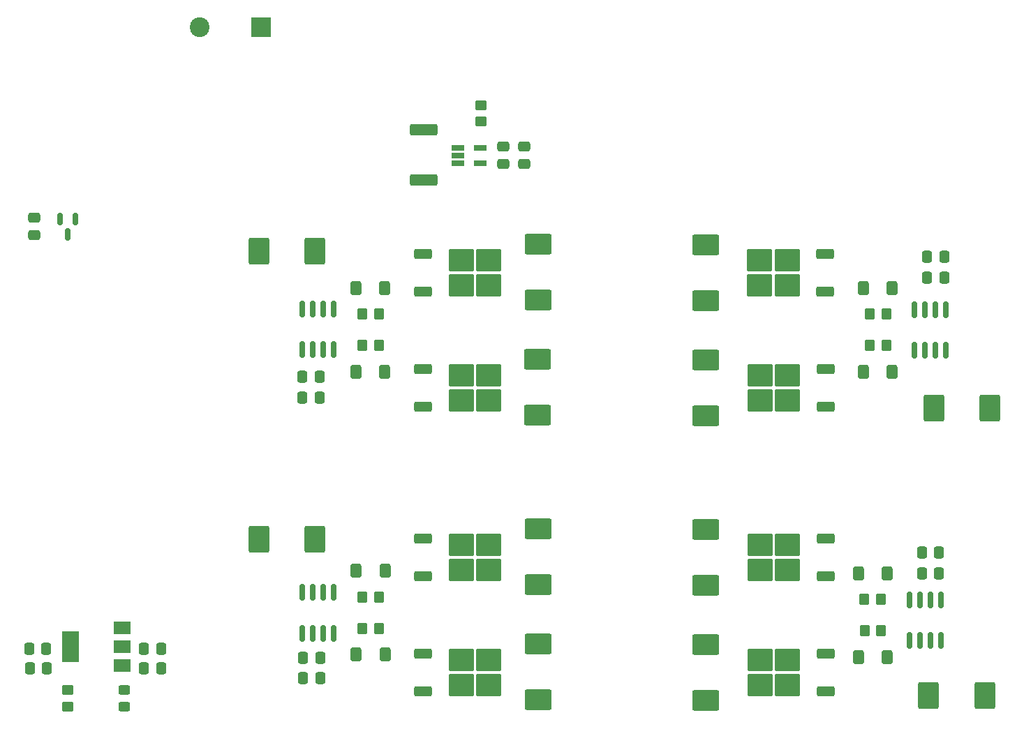
<source format=gbr>
%TF.GenerationSoftware,KiCad,Pcbnew,7.0.10*%
%TF.CreationDate,2024-06-18T13:30:52+03:00*%
%TF.ProjectId,driver-bridge-side,64726976-6572-42d6-9272-696467652d73,rev?*%
%TF.SameCoordinates,Original*%
%TF.FileFunction,Paste,Bot*%
%TF.FilePolarity,Positive*%
%FSLAX46Y46*%
G04 Gerber Fmt 4.6, Leading zero omitted, Abs format (unit mm)*
G04 Created by KiCad (PCBNEW 7.0.10) date 2024-06-18 13:30:52*
%MOMM*%
%LPD*%
G01*
G04 APERTURE LIST*
G04 Aperture macros list*
%AMRoundRect*
0 Rectangle with rounded corners*
0 $1 Rounding radius*
0 $2 $3 $4 $5 $6 $7 $8 $9 X,Y pos of 4 corners*
0 Add a 4 corners polygon primitive as box body*
4,1,4,$2,$3,$4,$5,$6,$7,$8,$9,$2,$3,0*
0 Add four circle primitives for the rounded corners*
1,1,$1+$1,$2,$3*
1,1,$1+$1,$4,$5*
1,1,$1+$1,$6,$7*
1,1,$1+$1,$8,$9*
0 Add four rect primitives between the rounded corners*
20,1,$1+$1,$2,$3,$4,$5,0*
20,1,$1+$1,$4,$5,$6,$7,0*
20,1,$1+$1,$6,$7,$8,$9,0*
20,1,$1+$1,$8,$9,$2,$3,0*%
G04 Aperture macros list end*
%ADD10RoundRect,0.250000X-1.400000X-1.000000X1.400000X-1.000000X1.400000X1.000000X-1.400000X1.000000X0*%
%ADD11RoundRect,0.250000X-1.000000X1.400000X-1.000000X-1.400000X1.000000X-1.400000X1.000000X1.400000X0*%
%ADD12RoundRect,0.250000X-0.400000X-0.600000X0.400000X-0.600000X0.400000X0.600000X-0.400000X0.600000X0*%
%ADD13RoundRect,0.250000X-0.337500X-0.475000X0.337500X-0.475000X0.337500X0.475000X-0.337500X0.475000X0*%
%ADD14R,2.000000X1.500000*%
%ADD15R,2.000000X3.800000*%
%ADD16RoundRect,0.250000X0.475000X-0.337500X0.475000X0.337500X-0.475000X0.337500X-0.475000X-0.337500X0*%
%ADD17RoundRect,0.250000X-0.350000X-0.450000X0.350000X-0.450000X0.350000X0.450000X-0.350000X0.450000X0*%
%ADD18RoundRect,0.250000X0.850000X0.350000X-0.850000X0.350000X-0.850000X-0.350000X0.850000X-0.350000X0*%
%ADD19RoundRect,0.250000X1.275000X1.125000X-1.275000X1.125000X-1.275000X-1.125000X1.275000X-1.125000X0*%
%ADD20RoundRect,0.150000X-0.150000X0.825000X-0.150000X-0.825000X0.150000X-0.825000X0.150000X0.825000X0*%
%ADD21RoundRect,0.250000X0.450000X-0.350000X0.450000X0.350000X-0.450000X0.350000X-0.450000X-0.350000X0*%
%ADD22RoundRect,0.250000X0.350000X0.450000X-0.350000X0.450000X-0.350000X-0.450000X0.350000X-0.450000X0*%
%ADD23RoundRect,0.250000X0.337500X0.475000X-0.337500X0.475000X-0.337500X-0.475000X0.337500X-0.475000X0*%
%ADD24RoundRect,0.250000X-0.850000X-0.350000X0.850000X-0.350000X0.850000X0.350000X-0.850000X0.350000X0*%
%ADD25RoundRect,0.250000X-1.275000X-1.125000X1.275000X-1.125000X1.275000X1.125000X-1.275000X1.125000X0*%
%ADD26R,2.400000X2.400000*%
%ADD27C,2.400000*%
%ADD28RoundRect,0.249999X-1.425001X0.450001X-1.425001X-0.450001X1.425001X-0.450001X1.425001X0.450001X0*%
%ADD29RoundRect,0.250000X0.400000X0.600000X-0.400000X0.600000X-0.400000X-0.600000X0.400000X-0.600000X0*%
%ADD30RoundRect,0.250000X-0.475000X0.337500X-0.475000X-0.337500X0.475000X-0.337500X0.475000X0.337500X0*%
%ADD31RoundRect,0.150000X0.150000X-0.825000X0.150000X0.825000X-0.150000X0.825000X-0.150000X-0.825000X0*%
%ADD32RoundRect,0.250000X1.400000X1.000000X-1.400000X1.000000X-1.400000X-1.000000X1.400000X-1.000000X0*%
%ADD33RoundRect,0.250000X1.000000X-1.400000X1.000000X1.400000X-1.000000X1.400000X-1.000000X-1.400000X0*%
%ADD34R,1.560000X0.650000*%
%ADD35RoundRect,0.150000X-0.150000X0.587500X-0.150000X-0.587500X0.150000X-0.587500X0.150000X0.587500X0*%
%ADD36RoundRect,0.250000X-0.450000X0.350000X-0.450000X-0.350000X0.450000X-0.350000X0.450000X0.350000X0*%
%ADD37RoundRect,0.250000X-0.450000X0.325000X-0.450000X-0.325000X0.450000X-0.325000X0.450000X0.325000X0*%
G04 APERTURE END LIST*
D10*
%TO.C,D12*%
X82931000Y-90776000D03*
X82931000Y-83976000D03*
%TD*%
D11*
%TO.C,D24*%
X130940000Y-69349000D03*
X137740000Y-69349000D03*
%TD*%
D12*
%TO.C,D19*%
X60877000Y-64897000D03*
X64377000Y-64897000D03*
%TD*%
D13*
%TO.C,C21*%
X35157500Y-100874000D03*
X37232500Y-100874000D03*
%TD*%
D14*
%TO.C,U8*%
X32530000Y-95954000D03*
X32530000Y-98254000D03*
D15*
X26230000Y-98254000D03*
D14*
X32530000Y-100554000D03*
%TD*%
D16*
%TO.C,C19*%
X78718867Y-39645500D03*
X78718867Y-37570500D03*
%TD*%
D17*
%TO.C,R4*%
X61641000Y-92241000D03*
X63641000Y-92241000D03*
%TD*%
D12*
%TO.C,D7*%
X60891000Y-99226000D03*
X64391000Y-99226000D03*
%TD*%
D18*
%TO.C,Q8*%
X117830000Y-64544500D03*
D19*
X113205000Y-68349500D03*
X113205000Y-65299500D03*
X109855000Y-68349500D03*
X109855000Y-65299500D03*
D18*
X117830000Y-69104500D03*
%TD*%
D20*
%TO.C,U4*%
X127992304Y-92587759D03*
X129262304Y-92587759D03*
X130532304Y-92587759D03*
X131802304Y-92587759D03*
X131802304Y-97537759D03*
X130532304Y-97537759D03*
X129262304Y-97537759D03*
X127992304Y-97537759D03*
%TD*%
D11*
%TO.C,D6*%
X130331000Y-104221500D03*
X137131000Y-104221500D03*
%TD*%
D21*
%TO.C,R15*%
X25930000Y-105509000D03*
X25930000Y-103509000D03*
%TD*%
D16*
%TO.C,C34*%
X21844000Y-48304000D03*
X21844000Y-46229000D03*
%TD*%
D17*
%TO.C,R8*%
X61627000Y-61722000D03*
X63627000Y-61722000D03*
%TD*%
D22*
%TO.C,R5*%
X124547304Y-92522759D03*
X122547304Y-92522759D03*
%TD*%
D23*
%TO.C,C29*%
X23310367Y-98495421D03*
X21235367Y-98495421D03*
%TD*%
%TO.C,C7*%
X56508500Y-99655291D03*
X54433500Y-99655291D03*
%TD*%
D22*
%TO.C,R11*%
X125178804Y-61729000D03*
X123178804Y-61729000D03*
%TD*%
D24*
%TO.C,Q6*%
X68987000Y-55134500D03*
D25*
X73612000Y-51329500D03*
X73612000Y-54379500D03*
X76962000Y-51329500D03*
X76962000Y-54379500D03*
D24*
X68987000Y-50574500D03*
%TD*%
D26*
%TO.C,C1*%
X49394728Y-23114000D03*
D27*
X41894728Y-23114000D03*
%TD*%
D28*
%TO.C,R12*%
X69088000Y-35558000D03*
X69088000Y-41658000D03*
%TD*%
D10*
%TO.C,D15*%
X82917000Y-70202000D03*
X82917000Y-63402000D03*
%TD*%
D17*
%TO.C,R9*%
X61627000Y-57912000D03*
X63627000Y-57912000D03*
%TD*%
D29*
%TO.C,D9*%
X125297304Y-89347759D03*
X121797304Y-89347759D03*
%TD*%
D13*
%TO.C,C10*%
X129518500Y-86868000D03*
X131593500Y-86868000D03*
%TD*%
D30*
%TO.C,C20*%
X81280000Y-37570500D03*
X81280000Y-39645500D03*
%TD*%
D31*
%TO.C,U3*%
X58196000Y-96621000D03*
X56926000Y-96621000D03*
X55656000Y-96621000D03*
X54386000Y-96621000D03*
X54386000Y-91671000D03*
X55656000Y-91671000D03*
X56926000Y-91671000D03*
X58196000Y-91671000D03*
%TD*%
D29*
%TO.C,D22*%
X125906304Y-64904000D03*
X122406304Y-64904000D03*
%TD*%
D23*
%TO.C,C16*%
X56464500Y-68072000D03*
X54389500Y-68072000D03*
%TD*%
D13*
%TO.C,C26*%
X35157500Y-98552000D03*
X37232500Y-98552000D03*
%TD*%
D29*
%TO.C,D10*%
X125297304Y-99507759D03*
X121797304Y-99507759D03*
%TD*%
D32*
%TO.C,D14*%
X103251000Y-97991000D03*
X103251000Y-104791000D03*
%TD*%
D33*
%TO.C,D5*%
X55911000Y-85256000D03*
X49111000Y-85256000D03*
%TD*%
D18*
%TO.C,Q7*%
X117780000Y-50574500D03*
D19*
X113155000Y-54379500D03*
X113155000Y-51329500D03*
X109805000Y-54379500D03*
X109805000Y-51329500D03*
D18*
X117780000Y-55134500D03*
%TD*%
D10*
%TO.C,D11*%
X82931000Y-104746000D03*
X82931000Y-97946000D03*
%TD*%
D20*
%TO.C,U6*%
X128601304Y-57349000D03*
X129871304Y-57349000D03*
X131141304Y-57349000D03*
X132411304Y-57349000D03*
X132411304Y-62299000D03*
X131141304Y-62299000D03*
X129871304Y-62299000D03*
X128601304Y-62299000D03*
%TD*%
D13*
%TO.C,C17*%
X130127500Y-53474000D03*
X132202500Y-53474000D03*
%TD*%
D32*
%TO.C,D13*%
X103251000Y-84021000D03*
X103251000Y-90821000D03*
%TD*%
D22*
%TO.C,R10*%
X125178804Y-57919000D03*
X123178804Y-57919000D03*
%TD*%
D34*
%TO.C,U7*%
X73246867Y-39638000D03*
X73246867Y-38688000D03*
X73246867Y-37738000D03*
X75946867Y-37738000D03*
X75946867Y-39638000D03*
%TD*%
D31*
%TO.C,U5*%
X58159976Y-62223929D03*
X56889976Y-62223929D03*
X55619976Y-62223929D03*
X54349976Y-62223929D03*
X54349976Y-57273929D03*
X55619976Y-57273929D03*
X56889976Y-57273929D03*
X58159976Y-57273929D03*
%TD*%
D35*
%TO.C,D27*%
X24959000Y-46329000D03*
X26859000Y-46329000D03*
X25909000Y-48204000D03*
%TD*%
D24*
%TO.C,Q2*%
X69001000Y-89701000D03*
D25*
X73626000Y-85896000D03*
X73626000Y-88946000D03*
X76976000Y-85896000D03*
X76976000Y-88946000D03*
D24*
X69001000Y-85141000D03*
%TD*%
D18*
%TO.C,Q3*%
X117830000Y-85141000D03*
D19*
X113205000Y-88946000D03*
X113205000Y-85896000D03*
X109855000Y-88946000D03*
X109855000Y-85896000D03*
D18*
X117830000Y-89701000D03*
%TD*%
D13*
%TO.C,C9*%
X129518500Y-89408000D03*
X131593500Y-89408000D03*
%TD*%
D24*
%TO.C,Q5*%
X68987000Y-69104500D03*
D25*
X73612000Y-65299500D03*
X73612000Y-68349500D03*
X76962000Y-65299500D03*
X76962000Y-68349500D03*
D24*
X68987000Y-64544500D03*
%TD*%
D29*
%TO.C,D21*%
X125906304Y-54744000D03*
X122406304Y-54744000D03*
%TD*%
D18*
%TO.C,Q4*%
X117830000Y-99088500D03*
D19*
X113205000Y-102893500D03*
X113205000Y-99843500D03*
X109855000Y-102893500D03*
X109855000Y-99843500D03*
D18*
X117830000Y-103648500D03*
%TD*%
D24*
%TO.C,Q1*%
X69001000Y-103648500D03*
D25*
X73626000Y-99843500D03*
X73626000Y-102893500D03*
X76976000Y-99843500D03*
X76976000Y-102893500D03*
D24*
X69001000Y-99088500D03*
%TD*%
D13*
%TO.C,C18*%
X130127500Y-50927000D03*
X132202500Y-50927000D03*
%TD*%
D17*
%TO.C,R3*%
X61641000Y-96051000D03*
X63641000Y-96051000D03*
%TD*%
D10*
%TO.C,D16*%
X82947000Y-56232000D03*
X82947000Y-49432000D03*
%TD*%
D32*
%TO.C,D18*%
X103251000Y-63447000D03*
X103251000Y-70247000D03*
%TD*%
D36*
%TO.C,R13*%
X76026867Y-32528000D03*
X76026867Y-34528000D03*
%TD*%
D12*
%TO.C,D20*%
X60877000Y-54737000D03*
X64377000Y-54737000D03*
%TD*%
D23*
%TO.C,C8*%
X56508500Y-102108000D03*
X54433500Y-102108000D03*
%TD*%
D32*
%TO.C,D17*%
X103251000Y-49477000D03*
X103251000Y-56277000D03*
%TD*%
D12*
%TO.C,D8*%
X60891000Y-89066000D03*
X64391000Y-89066000D03*
%TD*%
D23*
%TO.C,C15*%
X56464500Y-65532000D03*
X54389500Y-65532000D03*
%TD*%
D22*
%TO.C,R6*%
X124569804Y-96332759D03*
X122569804Y-96332759D03*
%TD*%
D37*
%TO.C,D26*%
X32785000Y-103529000D03*
X32785000Y-105579000D03*
%TD*%
D23*
%TO.C,C27*%
X23381644Y-100871325D03*
X21306644Y-100871325D03*
%TD*%
D33*
%TO.C,D23*%
X55867000Y-50292000D03*
X49067000Y-50292000D03*
%TD*%
M02*

</source>
